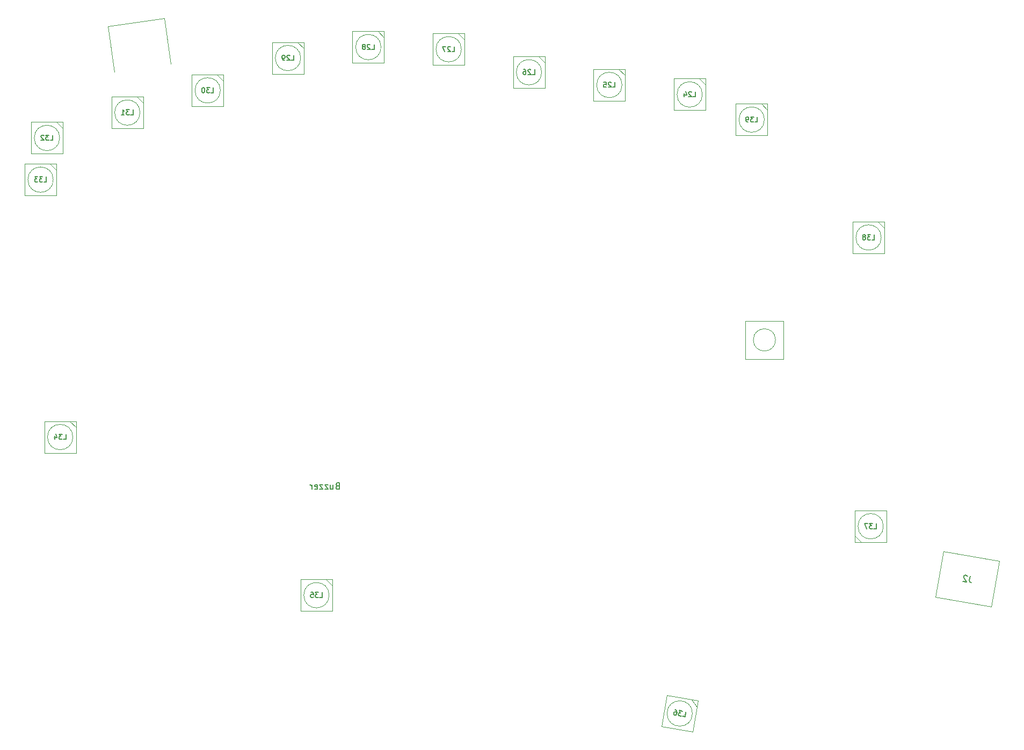
<source format=gbr>
%TF.GenerationSoftware,KiCad,Pcbnew,5.1.9*%
%TF.CreationDate,2021-05-15T18:24:56-05:00*%
%TF.ProjectId,nightwing,6e696768-7477-4696-9e67-2e6b69636164,rev?*%
%TF.SameCoordinates,Original*%
%TF.FileFunction,Other,Fab,Bot*%
%FSLAX46Y46*%
G04 Gerber Fmt 4.6, Leading zero omitted, Abs format (unit mm)*
G04 Created by KiCad (PCBNEW 5.1.9) date 2021-05-15 18:24:56*
%MOMM*%
%LPD*%
G01*
G04 APERTURE LIST*
%ADD10C,0.100000*%
%ADD11C,0.150000*%
G04 APERTURE END LIST*
D10*
%TO.C,RESET_SW1*%
X131010000Y-59210000D02*
X131010000Y-53210000D01*
X137010000Y-53210000D02*
X137010000Y-59210000D01*
X137010000Y-59210000D02*
X131010000Y-59210000D01*
X131010000Y-53210000D02*
X137010000Y-53210000D01*
X135760714Y-56210000D02*
G75*
G03*
X135760714Y-56210000I-1750714J0D01*
G01*
%TO.C,J1*%
X31531484Y-13966582D02*
X30515520Y-6737625D01*
X30515520Y-6737625D02*
X39368516Y-5493418D01*
X40384480Y-12722375D02*
X39368516Y-5493418D01*
%TO.C,L39*%
X134498592Y-18968521D02*
X134498592Y-23968521D01*
X134498592Y-23968521D02*
X129498592Y-23968521D01*
X129498592Y-18968521D02*
X134498592Y-18968521D01*
X129498592Y-23968521D02*
X129498592Y-18968521D01*
X133998592Y-21468521D02*
G75*
G03*
X133998592Y-21468521I-2000000J0D01*
G01*
X134498592Y-19968521D02*
X133498592Y-18968521D01*
%TO.C,L38*%
X152930000Y-37560000D02*
X152930000Y-42560000D01*
X152930000Y-42560000D02*
X147930000Y-42560000D01*
X147930000Y-37560000D02*
X152930000Y-37560000D01*
X147930000Y-42560000D02*
X147930000Y-37560000D01*
X152430000Y-40060000D02*
G75*
G03*
X152430000Y-40060000I-2000000J0D01*
G01*
X152930000Y-38560000D02*
X151930000Y-37560000D01*
%TO.C,L37*%
X148260000Y-88100000D02*
X148260000Y-83100000D01*
X148260000Y-83100000D02*
X153260000Y-83100000D01*
X153260000Y-88100000D02*
X148260000Y-88100000D01*
X153260000Y-83100000D02*
X153260000Y-88100000D01*
X152760000Y-85600000D02*
G75*
G03*
X152760000Y-85600000I-2000000J0D01*
G01*
X148260000Y-87100000D02*
X149260000Y-88100000D01*
%TO.C,L36*%
X123551103Y-113095873D02*
X122682862Y-118019912D01*
X122682862Y-118019912D02*
X117758823Y-117151671D01*
X118627064Y-112227632D02*
X123551103Y-113095873D01*
X117758823Y-117151671D02*
X118627064Y-112227632D01*
X122654963Y-115123772D02*
G75*
G03*
X122654963Y-115123772I-2000000J0D01*
G01*
X123377455Y-114080681D02*
X122566295Y-112922225D01*
%TO.C,L35*%
X65874324Y-93967721D02*
X65874324Y-98967721D01*
X65874324Y-98967721D02*
X60874324Y-98967721D01*
X60874324Y-93967721D02*
X65874324Y-93967721D01*
X60874324Y-98967721D02*
X60874324Y-93967721D01*
X65374324Y-96467721D02*
G75*
G03*
X65374324Y-96467721I-2000000J0D01*
G01*
X65874324Y-94967721D02*
X64874324Y-93967721D01*
%TO.C,L34*%
X25468505Y-69030487D02*
X25468505Y-74030487D01*
X25468505Y-74030487D02*
X20468505Y-74030487D01*
X20468505Y-69030487D02*
X25468505Y-69030487D01*
X20468505Y-74030487D02*
X20468505Y-69030487D01*
X24968505Y-71530487D02*
G75*
G03*
X24968505Y-71530487I-2000000J0D01*
G01*
X25468505Y-70030487D02*
X24468505Y-69030487D01*
%TO.C,L33*%
X22374788Y-28437170D02*
X22374788Y-33437170D01*
X22374788Y-33437170D02*
X17374788Y-33437170D01*
X17374788Y-28437170D02*
X22374788Y-28437170D01*
X17374788Y-33437170D02*
X17374788Y-28437170D01*
X21874788Y-30937170D02*
G75*
G03*
X21874788Y-30937170I-2000000J0D01*
G01*
X22374788Y-29437170D02*
X21374788Y-28437170D01*
%TO.C,L32*%
X18385000Y-21858641D02*
X23385000Y-21858641D01*
X22885000Y-24358641D02*
G75*
G03*
X22885000Y-24358641I-2000000J0D01*
G01*
X23385000Y-26858641D02*
X18385000Y-26858641D01*
X23385000Y-22858641D02*
X22385000Y-21858641D01*
X18385000Y-26858641D02*
X18385000Y-21858641D01*
X23385000Y-21858641D02*
X23385000Y-26858641D01*
%TO.C,L31*%
X31055000Y-17858641D02*
X36055000Y-17858641D01*
X35555000Y-20358641D02*
G75*
G03*
X35555000Y-20358641I-2000000J0D01*
G01*
X36055000Y-22858641D02*
X31055000Y-22858641D01*
X36055000Y-18858641D02*
X35055000Y-17858641D01*
X31055000Y-22858641D02*
X31055000Y-17858641D01*
X36055000Y-17858641D02*
X36055000Y-22858641D01*
%TO.C,L30*%
X43725000Y-14358641D02*
X48725000Y-14358641D01*
X48225000Y-16858641D02*
G75*
G03*
X48225000Y-16858641I-2000000J0D01*
G01*
X48725000Y-19358641D02*
X43725000Y-19358641D01*
X48725000Y-15358641D02*
X47725000Y-14358641D01*
X43725000Y-19358641D02*
X43725000Y-14358641D01*
X48725000Y-14358641D02*
X48725000Y-19358641D01*
%TO.C,L29*%
X56385000Y-9258641D02*
X61385000Y-9258641D01*
X60885000Y-11758641D02*
G75*
G03*
X60885000Y-11758641I-2000000J0D01*
G01*
X61385000Y-14258641D02*
X56385000Y-14258641D01*
X61385000Y-10258641D02*
X60385000Y-9258641D01*
X56385000Y-14258641D02*
X56385000Y-9258641D01*
X61385000Y-9258641D02*
X61385000Y-14258641D01*
%TO.C,L28*%
X69055000Y-7530000D02*
X74055000Y-7530000D01*
X73555000Y-10030000D02*
G75*
G03*
X73555000Y-10030000I-2000000J0D01*
G01*
X74055000Y-12530000D02*
X69055000Y-12530000D01*
X74055000Y-8530000D02*
X73055000Y-7530000D01*
X69055000Y-12530000D02*
X69055000Y-7530000D01*
X74055000Y-7530000D02*
X74055000Y-12530000D01*
%TO.C,L27*%
X81725000Y-7870000D02*
X86725000Y-7870000D01*
X86225000Y-10370000D02*
G75*
G03*
X86225000Y-10370000I-2000000J0D01*
G01*
X86725000Y-12870000D02*
X81725000Y-12870000D01*
X86725000Y-8870000D02*
X85725000Y-7870000D01*
X81725000Y-12870000D02*
X81725000Y-7870000D01*
X86725000Y-7870000D02*
X86725000Y-12870000D01*
%TO.C,L26*%
X94385000Y-11500000D02*
X99385000Y-11500000D01*
X98885000Y-14000000D02*
G75*
G03*
X98885000Y-14000000I-2000000J0D01*
G01*
X99385000Y-16500000D02*
X94385000Y-16500000D01*
X99385000Y-12500000D02*
X98385000Y-11500000D01*
X94385000Y-16500000D02*
X94385000Y-11500000D01*
X99385000Y-11500000D02*
X99385000Y-16500000D01*
%TO.C,L25*%
X107055000Y-13500000D02*
X112055000Y-13500000D01*
X111555000Y-16000000D02*
G75*
G03*
X111555000Y-16000000I-2000000J0D01*
G01*
X112055000Y-18500000D02*
X107055000Y-18500000D01*
X112055000Y-14500000D02*
X111055000Y-13500000D01*
X107055000Y-18500000D02*
X107055000Y-13500000D01*
X112055000Y-13500000D02*
X112055000Y-18500000D01*
%TO.C,L24*%
X119725000Y-15000000D02*
X124725000Y-15000000D01*
X124225000Y-17500000D02*
G75*
G03*
X124225000Y-17500000I-2000000J0D01*
G01*
X124725000Y-20000000D02*
X119725000Y-20000000D01*
X124725000Y-16000000D02*
X123725000Y-15000000D01*
X119725000Y-20000000D02*
X119725000Y-15000000D01*
X124725000Y-15000000D02*
X124725000Y-20000000D01*
%TO.C,J2*%
X160993572Y-96754839D02*
X169797754Y-98307254D01*
X160993572Y-96754839D02*
X162261204Y-89565742D01*
X162261204Y-89565742D02*
X171065386Y-91118157D01*
X169797754Y-98307254D02*
X171065386Y-91118157D01*
%TD*%
%TO.C,L39*%
D11*
X132512877Y-21830425D02*
X132893830Y-21830425D01*
X132893830Y-21030425D01*
X132322401Y-21030425D02*
X131827163Y-21030425D01*
X132093830Y-21335187D01*
X131979544Y-21335187D01*
X131903353Y-21373282D01*
X131865258Y-21411378D01*
X131827163Y-21487568D01*
X131827163Y-21678044D01*
X131865258Y-21754235D01*
X131903353Y-21792330D01*
X131979544Y-21830425D01*
X132208115Y-21830425D01*
X132284306Y-21792330D01*
X132322401Y-21754235D01*
X131446211Y-21830425D02*
X131293830Y-21830425D01*
X131217639Y-21792330D01*
X131179544Y-21754235D01*
X131103353Y-21639949D01*
X131065258Y-21487568D01*
X131065258Y-21182806D01*
X131103353Y-21106616D01*
X131141449Y-21068521D01*
X131217639Y-21030425D01*
X131370020Y-21030425D01*
X131446211Y-21068521D01*
X131484306Y-21106616D01*
X131522401Y-21182806D01*
X131522401Y-21373282D01*
X131484306Y-21449473D01*
X131446211Y-21487568D01*
X131370020Y-21525663D01*
X131217639Y-21525663D01*
X131141449Y-21487568D01*
X131103353Y-21449473D01*
X131065258Y-21373282D01*
%TO.C,L38*%
X150944285Y-40421904D02*
X151325238Y-40421904D01*
X151325238Y-39621904D01*
X150753809Y-39621904D02*
X150258571Y-39621904D01*
X150525238Y-39926666D01*
X150410952Y-39926666D01*
X150334761Y-39964761D01*
X150296666Y-40002857D01*
X150258571Y-40079047D01*
X150258571Y-40269523D01*
X150296666Y-40345714D01*
X150334761Y-40383809D01*
X150410952Y-40421904D01*
X150639523Y-40421904D01*
X150715714Y-40383809D01*
X150753809Y-40345714D01*
X149801428Y-39964761D02*
X149877619Y-39926666D01*
X149915714Y-39888571D01*
X149953809Y-39812380D01*
X149953809Y-39774285D01*
X149915714Y-39698095D01*
X149877619Y-39660000D01*
X149801428Y-39621904D01*
X149649047Y-39621904D01*
X149572857Y-39660000D01*
X149534761Y-39698095D01*
X149496666Y-39774285D01*
X149496666Y-39812380D01*
X149534761Y-39888571D01*
X149572857Y-39926666D01*
X149649047Y-39964761D01*
X149801428Y-39964761D01*
X149877619Y-40002857D01*
X149915714Y-40040952D01*
X149953809Y-40117142D01*
X149953809Y-40269523D01*
X149915714Y-40345714D01*
X149877619Y-40383809D01*
X149801428Y-40421904D01*
X149649047Y-40421904D01*
X149572857Y-40383809D01*
X149534761Y-40345714D01*
X149496666Y-40269523D01*
X149496666Y-40117142D01*
X149534761Y-40040952D01*
X149572857Y-40002857D01*
X149649047Y-39964761D01*
%TO.C,L37*%
X151274285Y-85961904D02*
X151655238Y-85961904D01*
X151655238Y-85161904D01*
X151083809Y-85161904D02*
X150588571Y-85161904D01*
X150855238Y-85466666D01*
X150740952Y-85466666D01*
X150664761Y-85504761D01*
X150626666Y-85542857D01*
X150588571Y-85619047D01*
X150588571Y-85809523D01*
X150626666Y-85885714D01*
X150664761Y-85923809D01*
X150740952Y-85961904D01*
X150969523Y-85961904D01*
X151045714Y-85923809D01*
X151083809Y-85885714D01*
X150321904Y-85161904D02*
X149788571Y-85161904D01*
X150131428Y-85961904D01*
%TO.C,L36*%
X121098591Y-115569483D02*
X121473756Y-115635635D01*
X121612674Y-114847788D01*
X121049927Y-114748561D02*
X120562213Y-114662564D01*
X120771907Y-115009002D01*
X120659357Y-114989156D01*
X120577709Y-115013442D01*
X120533578Y-115044344D01*
X120482831Y-115112761D01*
X120449755Y-115300344D01*
X120474041Y-115381992D01*
X120504942Y-115426124D01*
X120573360Y-115476871D01*
X120798459Y-115516562D01*
X120880107Y-115492275D01*
X120924239Y-115461374D01*
X119886916Y-114543491D02*
X120036982Y-114569951D01*
X120105400Y-114620698D01*
X120136301Y-114664830D01*
X120191489Y-114790610D01*
X120202544Y-114947291D01*
X120149623Y-115247423D01*
X120098876Y-115315840D01*
X120054745Y-115346742D01*
X119973096Y-115371028D01*
X119823030Y-115344567D01*
X119754613Y-115293820D01*
X119723711Y-115249689D01*
X119699425Y-115168041D01*
X119732501Y-114980458D01*
X119783248Y-114912040D01*
X119827379Y-114881139D01*
X119909028Y-114856853D01*
X120059094Y-114883314D01*
X120127511Y-114934060D01*
X120158413Y-114978192D01*
X120182699Y-115059840D01*
%TO.C,L35*%
X63888609Y-96829625D02*
X64269562Y-96829625D01*
X64269562Y-96029625D01*
X63698133Y-96029625D02*
X63202895Y-96029625D01*
X63469562Y-96334387D01*
X63355276Y-96334387D01*
X63279085Y-96372482D01*
X63240990Y-96410578D01*
X63202895Y-96486768D01*
X63202895Y-96677244D01*
X63240990Y-96753435D01*
X63279085Y-96791530D01*
X63355276Y-96829625D01*
X63583847Y-96829625D01*
X63660038Y-96791530D01*
X63698133Y-96753435D01*
X62479085Y-96029625D02*
X62860038Y-96029625D01*
X62898133Y-96410578D01*
X62860038Y-96372482D01*
X62783847Y-96334387D01*
X62593371Y-96334387D01*
X62517181Y-96372482D01*
X62479085Y-96410578D01*
X62440990Y-96486768D01*
X62440990Y-96677244D01*
X62479085Y-96753435D01*
X62517181Y-96791530D01*
X62593371Y-96829625D01*
X62783847Y-96829625D01*
X62860038Y-96791530D01*
X62898133Y-96753435D01*
%TO.C,L34*%
X23482790Y-71892391D02*
X23863743Y-71892391D01*
X23863743Y-71092391D01*
X23292314Y-71092391D02*
X22797076Y-71092391D01*
X23063743Y-71397153D01*
X22949457Y-71397153D01*
X22873266Y-71435248D01*
X22835171Y-71473344D01*
X22797076Y-71549534D01*
X22797076Y-71740010D01*
X22835171Y-71816201D01*
X22873266Y-71854296D01*
X22949457Y-71892391D01*
X23178028Y-71892391D01*
X23254219Y-71854296D01*
X23292314Y-71816201D01*
X22111362Y-71359058D02*
X22111362Y-71892391D01*
X22301838Y-71054296D02*
X22492314Y-71625725D01*
X21997076Y-71625725D01*
%TO.C,L33*%
X20389073Y-31299074D02*
X20770026Y-31299074D01*
X20770026Y-30499074D01*
X20198597Y-30499074D02*
X19703359Y-30499074D01*
X19970026Y-30803836D01*
X19855740Y-30803836D01*
X19779549Y-30841931D01*
X19741454Y-30880027D01*
X19703359Y-30956217D01*
X19703359Y-31146693D01*
X19741454Y-31222884D01*
X19779549Y-31260979D01*
X19855740Y-31299074D01*
X20084311Y-31299074D01*
X20160502Y-31260979D01*
X20198597Y-31222884D01*
X19436692Y-30499074D02*
X18941454Y-30499074D01*
X19208121Y-30803836D01*
X19093835Y-30803836D01*
X19017645Y-30841931D01*
X18979549Y-30880027D01*
X18941454Y-30956217D01*
X18941454Y-31146693D01*
X18979549Y-31222884D01*
X19017645Y-31260979D01*
X19093835Y-31299074D01*
X19322407Y-31299074D01*
X19398597Y-31260979D01*
X19436692Y-31222884D01*
%TO.C,L32*%
X21399285Y-24720545D02*
X21780238Y-24720545D01*
X21780238Y-23920545D01*
X21208809Y-23920545D02*
X20713571Y-23920545D01*
X20980238Y-24225307D01*
X20865952Y-24225307D01*
X20789761Y-24263402D01*
X20751666Y-24301498D01*
X20713571Y-24377688D01*
X20713571Y-24568164D01*
X20751666Y-24644355D01*
X20789761Y-24682450D01*
X20865952Y-24720545D01*
X21094523Y-24720545D01*
X21170714Y-24682450D01*
X21208809Y-24644355D01*
X20408809Y-23996736D02*
X20370714Y-23958641D01*
X20294523Y-23920545D01*
X20104047Y-23920545D01*
X20027857Y-23958641D01*
X19989761Y-23996736D01*
X19951666Y-24072926D01*
X19951666Y-24149117D01*
X19989761Y-24263402D01*
X20446904Y-24720545D01*
X19951666Y-24720545D01*
%TO.C,L31*%
X34069285Y-20720545D02*
X34450238Y-20720545D01*
X34450238Y-19920545D01*
X33878809Y-19920545D02*
X33383571Y-19920545D01*
X33650238Y-20225307D01*
X33535952Y-20225307D01*
X33459761Y-20263402D01*
X33421666Y-20301498D01*
X33383571Y-20377688D01*
X33383571Y-20568164D01*
X33421666Y-20644355D01*
X33459761Y-20682450D01*
X33535952Y-20720545D01*
X33764523Y-20720545D01*
X33840714Y-20682450D01*
X33878809Y-20644355D01*
X32621666Y-20720545D02*
X33078809Y-20720545D01*
X32850238Y-20720545D02*
X32850238Y-19920545D01*
X32926428Y-20034831D01*
X33002619Y-20111021D01*
X33078809Y-20149117D01*
%TO.C,L30*%
X46739285Y-17220545D02*
X47120238Y-17220545D01*
X47120238Y-16420545D01*
X46548809Y-16420545D02*
X46053571Y-16420545D01*
X46320238Y-16725307D01*
X46205952Y-16725307D01*
X46129761Y-16763402D01*
X46091666Y-16801498D01*
X46053571Y-16877688D01*
X46053571Y-17068164D01*
X46091666Y-17144355D01*
X46129761Y-17182450D01*
X46205952Y-17220545D01*
X46434523Y-17220545D01*
X46510714Y-17182450D01*
X46548809Y-17144355D01*
X45558333Y-16420545D02*
X45482142Y-16420545D01*
X45405952Y-16458641D01*
X45367857Y-16496736D01*
X45329761Y-16572926D01*
X45291666Y-16725307D01*
X45291666Y-16915783D01*
X45329761Y-17068164D01*
X45367857Y-17144355D01*
X45405952Y-17182450D01*
X45482142Y-17220545D01*
X45558333Y-17220545D01*
X45634523Y-17182450D01*
X45672619Y-17144355D01*
X45710714Y-17068164D01*
X45748809Y-16915783D01*
X45748809Y-16725307D01*
X45710714Y-16572926D01*
X45672619Y-16496736D01*
X45634523Y-16458641D01*
X45558333Y-16420545D01*
%TO.C,L29*%
X59399285Y-12120545D02*
X59780238Y-12120545D01*
X59780238Y-11320545D01*
X59170714Y-11396736D02*
X59132619Y-11358641D01*
X59056428Y-11320545D01*
X58865952Y-11320545D01*
X58789761Y-11358641D01*
X58751666Y-11396736D01*
X58713571Y-11472926D01*
X58713571Y-11549117D01*
X58751666Y-11663402D01*
X59208809Y-12120545D01*
X58713571Y-12120545D01*
X58332619Y-12120545D02*
X58180238Y-12120545D01*
X58104047Y-12082450D01*
X58065952Y-12044355D01*
X57989761Y-11930069D01*
X57951666Y-11777688D01*
X57951666Y-11472926D01*
X57989761Y-11396736D01*
X58027857Y-11358641D01*
X58104047Y-11320545D01*
X58256428Y-11320545D01*
X58332619Y-11358641D01*
X58370714Y-11396736D01*
X58408809Y-11472926D01*
X58408809Y-11663402D01*
X58370714Y-11739593D01*
X58332619Y-11777688D01*
X58256428Y-11815783D01*
X58104047Y-11815783D01*
X58027857Y-11777688D01*
X57989761Y-11739593D01*
X57951666Y-11663402D01*
%TO.C,L28*%
X72069285Y-10391904D02*
X72450238Y-10391904D01*
X72450238Y-9591904D01*
X71840714Y-9668095D02*
X71802619Y-9630000D01*
X71726428Y-9591904D01*
X71535952Y-9591904D01*
X71459761Y-9630000D01*
X71421666Y-9668095D01*
X71383571Y-9744285D01*
X71383571Y-9820476D01*
X71421666Y-9934761D01*
X71878809Y-10391904D01*
X71383571Y-10391904D01*
X70926428Y-9934761D02*
X71002619Y-9896666D01*
X71040714Y-9858571D01*
X71078809Y-9782380D01*
X71078809Y-9744285D01*
X71040714Y-9668095D01*
X71002619Y-9630000D01*
X70926428Y-9591904D01*
X70774047Y-9591904D01*
X70697857Y-9630000D01*
X70659761Y-9668095D01*
X70621666Y-9744285D01*
X70621666Y-9782380D01*
X70659761Y-9858571D01*
X70697857Y-9896666D01*
X70774047Y-9934761D01*
X70926428Y-9934761D01*
X71002619Y-9972857D01*
X71040714Y-10010952D01*
X71078809Y-10087142D01*
X71078809Y-10239523D01*
X71040714Y-10315714D01*
X71002619Y-10353809D01*
X70926428Y-10391904D01*
X70774047Y-10391904D01*
X70697857Y-10353809D01*
X70659761Y-10315714D01*
X70621666Y-10239523D01*
X70621666Y-10087142D01*
X70659761Y-10010952D01*
X70697857Y-9972857D01*
X70774047Y-9934761D01*
%TO.C,L27*%
X84739285Y-10731904D02*
X85120238Y-10731904D01*
X85120238Y-9931904D01*
X84510714Y-10008095D02*
X84472619Y-9970000D01*
X84396428Y-9931904D01*
X84205952Y-9931904D01*
X84129761Y-9970000D01*
X84091666Y-10008095D01*
X84053571Y-10084285D01*
X84053571Y-10160476D01*
X84091666Y-10274761D01*
X84548809Y-10731904D01*
X84053571Y-10731904D01*
X83786904Y-9931904D02*
X83253571Y-9931904D01*
X83596428Y-10731904D01*
%TO.C,L26*%
X97399285Y-14361904D02*
X97780238Y-14361904D01*
X97780238Y-13561904D01*
X97170714Y-13638095D02*
X97132619Y-13600000D01*
X97056428Y-13561904D01*
X96865952Y-13561904D01*
X96789761Y-13600000D01*
X96751666Y-13638095D01*
X96713571Y-13714285D01*
X96713571Y-13790476D01*
X96751666Y-13904761D01*
X97208809Y-14361904D01*
X96713571Y-14361904D01*
X96027857Y-13561904D02*
X96180238Y-13561904D01*
X96256428Y-13600000D01*
X96294523Y-13638095D01*
X96370714Y-13752380D01*
X96408809Y-13904761D01*
X96408809Y-14209523D01*
X96370714Y-14285714D01*
X96332619Y-14323809D01*
X96256428Y-14361904D01*
X96104047Y-14361904D01*
X96027857Y-14323809D01*
X95989761Y-14285714D01*
X95951666Y-14209523D01*
X95951666Y-14019047D01*
X95989761Y-13942857D01*
X96027857Y-13904761D01*
X96104047Y-13866666D01*
X96256428Y-13866666D01*
X96332619Y-13904761D01*
X96370714Y-13942857D01*
X96408809Y-14019047D01*
%TO.C,L25*%
X110069285Y-16361904D02*
X110450238Y-16361904D01*
X110450238Y-15561904D01*
X109840714Y-15638095D02*
X109802619Y-15600000D01*
X109726428Y-15561904D01*
X109535952Y-15561904D01*
X109459761Y-15600000D01*
X109421666Y-15638095D01*
X109383571Y-15714285D01*
X109383571Y-15790476D01*
X109421666Y-15904761D01*
X109878809Y-16361904D01*
X109383571Y-16361904D01*
X108659761Y-15561904D02*
X109040714Y-15561904D01*
X109078809Y-15942857D01*
X109040714Y-15904761D01*
X108964523Y-15866666D01*
X108774047Y-15866666D01*
X108697857Y-15904761D01*
X108659761Y-15942857D01*
X108621666Y-16019047D01*
X108621666Y-16209523D01*
X108659761Y-16285714D01*
X108697857Y-16323809D01*
X108774047Y-16361904D01*
X108964523Y-16361904D01*
X109040714Y-16323809D01*
X109078809Y-16285714D01*
%TO.C,L24*%
X122739285Y-17861904D02*
X123120238Y-17861904D01*
X123120238Y-17061904D01*
X122510714Y-17138095D02*
X122472619Y-17100000D01*
X122396428Y-17061904D01*
X122205952Y-17061904D01*
X122129761Y-17100000D01*
X122091666Y-17138095D01*
X122053571Y-17214285D01*
X122053571Y-17290476D01*
X122091666Y-17404761D01*
X122548809Y-17861904D01*
X122053571Y-17861904D01*
X121367857Y-17328571D02*
X121367857Y-17861904D01*
X121558333Y-17023809D02*
X121748809Y-17595238D01*
X121253571Y-17595238D01*
%TO.C,BZ1*%
X66676803Y-79236679D02*
X66533946Y-79284298D01*
X66486327Y-79331917D01*
X66438708Y-79427155D01*
X66438708Y-79570012D01*
X66486327Y-79665250D01*
X66533946Y-79712869D01*
X66629184Y-79760488D01*
X67010136Y-79760488D01*
X67010136Y-78760488D01*
X66676803Y-78760488D01*
X66581565Y-78808108D01*
X66533946Y-78855727D01*
X66486327Y-78950965D01*
X66486327Y-79046203D01*
X66533946Y-79141441D01*
X66581565Y-79189060D01*
X66676803Y-79236679D01*
X67010136Y-79236679D01*
X65581565Y-79093822D02*
X65581565Y-79760488D01*
X66010136Y-79093822D02*
X66010136Y-79617631D01*
X65962517Y-79712869D01*
X65867279Y-79760488D01*
X65724422Y-79760488D01*
X65629184Y-79712869D01*
X65581565Y-79665250D01*
X65200612Y-79093822D02*
X64676803Y-79093822D01*
X65200612Y-79760488D01*
X64676803Y-79760488D01*
X64391089Y-79093822D02*
X63867279Y-79093822D01*
X64391089Y-79760488D01*
X63867279Y-79760488D01*
X63105374Y-79712869D02*
X63200612Y-79760488D01*
X63391089Y-79760488D01*
X63486327Y-79712869D01*
X63533946Y-79617631D01*
X63533946Y-79236679D01*
X63486327Y-79141441D01*
X63391089Y-79093822D01*
X63200612Y-79093822D01*
X63105374Y-79141441D01*
X63057755Y-79236679D01*
X63057755Y-79331917D01*
X63533946Y-79427155D01*
X62629184Y-79760488D02*
X62629184Y-79093822D01*
X62629184Y-79284298D02*
X62581565Y-79189060D01*
X62533946Y-79141441D01*
X62438708Y-79093822D01*
X62343470Y-79093822D01*
%TO.C,J2*%
X166452841Y-93455081D02*
X166328806Y-94158515D01*
X166350895Y-94307471D01*
X166428148Y-94417800D01*
X166560566Y-94489502D01*
X166654357Y-94506040D01*
X166014242Y-93474451D02*
X165975616Y-93419287D01*
X165890094Y-93355853D01*
X165655615Y-93314508D01*
X165553555Y-93344866D01*
X165498391Y-93383493D01*
X165434957Y-93469015D01*
X165418419Y-93562806D01*
X165440508Y-93711762D01*
X165904028Y-94373737D01*
X165294385Y-94266240D01*
%TD*%
M02*

</source>
